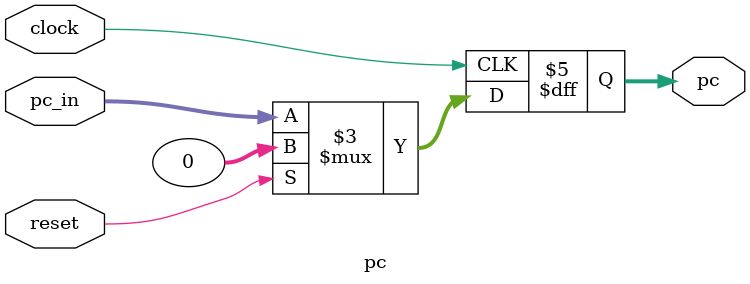
<source format=sv>
module pc (
    output logic [31:0]pc,
    input logic clock,reset,
    input logic [31:0]pc_in
);
    always_ff @( posedge clock ) begin 
        if (reset) begin
            pc<=32'b0;
        end
        else begin
            pc<=pc_in;
        end
        
    end
endmodule

</source>
